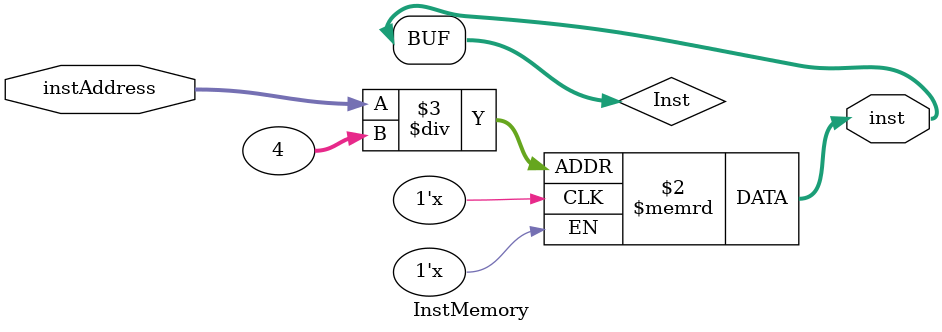
<source format=v>
`timescale 1ns / 1ps


module InstMemory(
    input [31:0] instAddress,
    output [31:0] inst
    );
    
    reg [31:0] instFile[0:15];
    reg [31:0] Inst;
    
    always@(instAddress)
        Inst = instFile[instAddress / 4];
        
    assign inst = Inst;
    
endmodule

</source>
